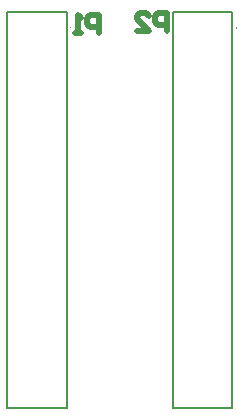
<source format=gbo>
G04*
G04 #@! TF.GenerationSoftware,Altium Limited,Altium Designer,21.6.1 (37)*
G04*
G04 Layer_Color=32896*
%FSLAX44Y44*%
%MOMM*%
G71*
G04*
G04 #@! TF.SameCoordinates,826819EA-234B-40C6-A563-737F89A4C456*
G04*
G04*
G04 #@! TF.FilePolarity,Positive*
G04*
G01*
G75*
%ADD10C,0.1000*%
%ADD11C,0.2000*%
%ADD14C,0.5000*%
D10*
X211400Y351000D02*
G03*
X211400Y352000I0J500D01*
G01*
D02*
G03*
X211400Y351000I0J-500D01*
G01*
X71000D02*
G03*
X71000Y352000I0J500D01*
G01*
D02*
G03*
X71000Y351000I0J-500D01*
G01*
D11*
X157300Y30000D02*
Y365200D01*
Y30000D02*
X207700D01*
Y365200D01*
X157300D02*
X207700D01*
X16900Y30000D02*
Y365200D01*
Y30000D02*
X67300D01*
Y365200D01*
X16900D02*
X67300D01*
D14*
X152696Y349183D02*
Y364417D01*
X145078D01*
X142539Y361878D01*
Y356800D01*
X145078Y354261D01*
X152696D01*
X127304Y349183D02*
X137461D01*
X127304Y359339D01*
Y361878D01*
X129843Y364417D01*
X134922D01*
X137461Y361878D01*
X95157Y347583D02*
Y362817D01*
X87539D01*
X85000Y360278D01*
Y355200D01*
X87539Y352661D01*
X95157D01*
X79922Y347583D02*
X74843D01*
X77382D01*
Y362817D01*
X79922Y360278D01*
M02*

</source>
